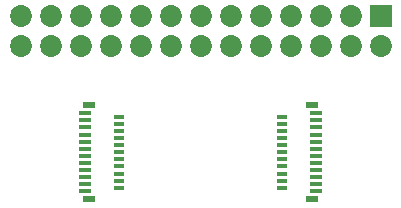
<source format=gts>
G04*
G04 #@! TF.GenerationSoftware,Altium Limited,Altium Designer,19.1.5 (86)*
G04*
G04 Layer_Color=8388736*
%FSAX24Y24*%
%MOIN*%
G70*
G01*
G75*
%ADD16R,0.0395X0.0182*%
%ADD17R,0.0336X0.0182*%
%ADD18R,0.0415X0.0237*%
%ADD19R,0.0730X0.0730*%
%ADD20C,0.0730*%
D16*
X020458Y010801D02*
D03*
Y011037D02*
D03*
Y011273D02*
D03*
Y011509D02*
D03*
Y011746D02*
D03*
Y011982D02*
D03*
Y012218D02*
D03*
Y012454D02*
D03*
Y012691D02*
D03*
Y012927D02*
D03*
Y013163D02*
D03*
Y013399D02*
D03*
X012742D02*
D03*
Y013163D02*
D03*
Y012927D02*
D03*
Y012691D02*
D03*
Y012454D02*
D03*
Y012218D02*
D03*
Y011982D02*
D03*
Y011746D02*
D03*
Y011509D02*
D03*
Y011273D02*
D03*
Y011037D02*
D03*
Y010801D02*
D03*
D17*
X019326Y010919D02*
D03*
Y011155D02*
D03*
Y011391D02*
D03*
Y011628D02*
D03*
Y011864D02*
D03*
Y012100D02*
D03*
Y012336D02*
D03*
Y012572D02*
D03*
Y012809D02*
D03*
Y013045D02*
D03*
Y013281D02*
D03*
X013874D02*
D03*
Y013045D02*
D03*
Y012809D02*
D03*
Y012572D02*
D03*
Y012336D02*
D03*
Y012100D02*
D03*
Y011864D02*
D03*
Y011628D02*
D03*
Y011391D02*
D03*
Y011155D02*
D03*
Y010919D02*
D03*
D18*
X020330Y010525D02*
D03*
Y013675D02*
D03*
X012870D02*
D03*
Y010525D02*
D03*
D19*
X022600Y016649D02*
D03*
D20*
Y015650D02*
D03*
X021600Y016649D02*
D03*
Y015650D02*
D03*
X020600Y016649D02*
D03*
Y015650D02*
D03*
X019600Y016649D02*
D03*
Y015650D02*
D03*
X018600Y016649D02*
D03*
Y015650D02*
D03*
X017600Y016649D02*
D03*
Y015650D02*
D03*
X016600Y016649D02*
D03*
Y015650D02*
D03*
X015600Y016649D02*
D03*
Y015650D02*
D03*
X014600Y016649D02*
D03*
Y015650D02*
D03*
X013600Y016649D02*
D03*
Y015650D02*
D03*
X012600Y016649D02*
D03*
Y015650D02*
D03*
X011600Y016649D02*
D03*
Y015650D02*
D03*
X010600Y016649D02*
D03*
Y015650D02*
D03*
M02*

</source>
